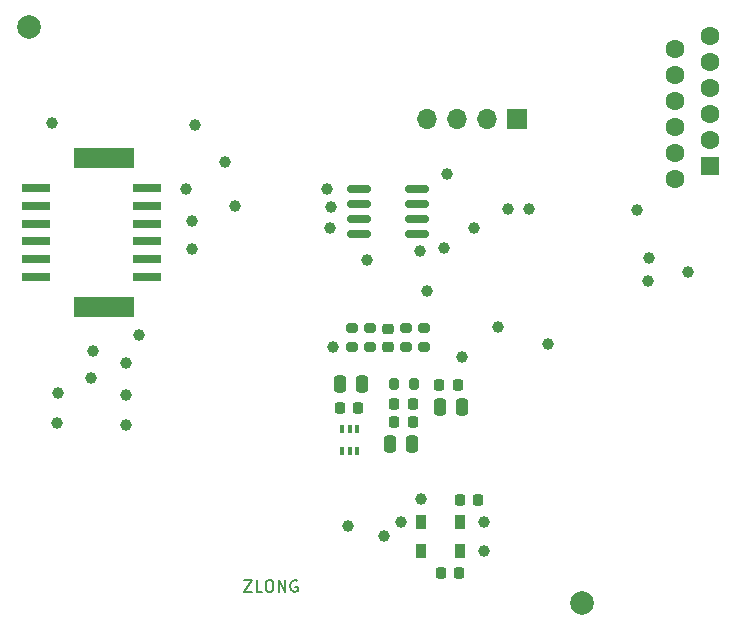
<source format=gts>
G04 #@! TF.GenerationSoftware,KiCad,Pcbnew,(6.0.0)*
G04 #@! TF.CreationDate,2022-04-07T21:59:22+08:00*
G04 #@! TF.ProjectId,SX7H02050048,53583748-3032-4303-9530-3034382e6b69,rev?*
G04 #@! TF.SameCoordinates,PX59a5380PY6d321a0*
G04 #@! TF.FileFunction,Soldermask,Top*
G04 #@! TF.FilePolarity,Negative*
%FSLAX46Y46*%
G04 Gerber Fmt 4.6, Leading zero omitted, Abs format (unit mm)*
G04 Created by KiCad (PCBNEW (6.0.0)) date 2022-04-07 21:59:22*
%MOMM*%
%LPD*%
G01*
G04 APERTURE LIST*
G04 Aperture macros list*
%AMRoundRect*
0 Rectangle with rounded corners*
0 $1 Rounding radius*
0 $2 $3 $4 $5 $6 $7 $8 $9 X,Y pos of 4 corners*
0 Add a 4 corners polygon primitive as box body*
4,1,4,$2,$3,$4,$5,$6,$7,$8,$9,$2,$3,0*
0 Add four circle primitives for the rounded corners*
1,1,$1+$1,$2,$3*
1,1,$1+$1,$4,$5*
1,1,$1+$1,$6,$7*
1,1,$1+$1,$8,$9*
0 Add four rect primitives between the rounded corners*
20,1,$1+$1,$2,$3,$4,$5,0*
20,1,$1+$1,$4,$5,$6,$7,0*
20,1,$1+$1,$6,$7,$8,$9,0*
20,1,$1+$1,$8,$9,$2,$3,0*%
G04 Aperture macros list end*
%ADD10C,0.150000*%
%ADD11C,1.000000*%
%ADD12RoundRect,0.225000X0.225000X0.250000X-0.225000X0.250000X-0.225000X-0.250000X0.225000X-0.250000X0*%
%ADD13C,2.000000*%
%ADD14RoundRect,0.225000X-0.225000X-0.250000X0.225000X-0.250000X0.225000X0.250000X-0.225000X0.250000X0*%
%ADD15RoundRect,0.150000X0.825000X0.150000X-0.825000X0.150000X-0.825000X-0.150000X0.825000X-0.150000X0*%
%ADD16RoundRect,0.200000X-0.275000X0.200000X-0.275000X-0.200000X0.275000X-0.200000X0.275000X0.200000X0*%
%ADD17R,1.700000X1.700000*%
%ADD18O,1.700000X1.700000*%
%ADD19RoundRect,0.250000X0.250000X0.475000X-0.250000X0.475000X-0.250000X-0.475000X0.250000X-0.475000X0*%
%ADD20RoundRect,0.225000X-0.250000X0.225000X-0.250000X-0.225000X0.250000X-0.225000X0.250000X0.225000X0*%
%ADD21R,0.900000X1.200000*%
%ADD22R,1.600000X1.600000*%
%ADD23C,1.600000*%
%ADD24RoundRect,0.200000X0.275000X-0.200000X0.275000X0.200000X-0.275000X0.200000X-0.275000X-0.200000X0*%
%ADD25RoundRect,0.250000X-0.250000X-0.475000X0.250000X-0.475000X0.250000X0.475000X-0.250000X0.475000X0*%
%ADD26RoundRect,0.200000X0.200000X0.275000X-0.200000X0.275000X-0.200000X-0.275000X0.200000X-0.275000X0*%
%ADD27R,2.450000X0.800000*%
%ADD28R,5.050000X1.800000*%
%ADD29R,0.400000X0.650000*%
G04 APERTURE END LIST*
D10*
G04 #@! TO.C,ZLONG_LOGO2*
X19792285Y3541620D02*
X20458952Y3541620D01*
X19792285Y2541620D01*
X20458952Y2541620D01*
X21316095Y2541620D02*
X20839904Y2541620D01*
X20839904Y3541620D01*
X21839904Y3541620D02*
X22030380Y3541620D01*
X22125619Y3494000D01*
X22220857Y3398762D01*
X22268476Y3208286D01*
X22268476Y2874953D01*
X22220857Y2684477D01*
X22125619Y2589239D01*
X22030380Y2541620D01*
X21839904Y2541620D01*
X21744666Y2589239D01*
X21649428Y2684477D01*
X21601809Y2874953D01*
X21601809Y3208286D01*
X21649428Y3398762D01*
X21744666Y3494000D01*
X21839904Y3541620D01*
X22697047Y2541620D02*
X22697047Y3541620D01*
X23268476Y2541620D01*
X23268476Y3541620D01*
X24268476Y3494000D02*
X24173238Y3541620D01*
X24030380Y3541620D01*
X23887523Y3494000D01*
X23792285Y3398762D01*
X23744666Y3303524D01*
X23697047Y3113048D01*
X23697047Y2970191D01*
X23744666Y2779715D01*
X23792285Y2684477D01*
X23887523Y2589239D01*
X24030380Y2541620D01*
X24125619Y2541620D01*
X24268476Y2589239D01*
X24316095Y2636858D01*
X24316095Y2970191D01*
X24125619Y2970191D01*
G04 #@! TD*
D11*
G04 #@! TO.C,TP50*
X14839000Y36649000D03*
G04 #@! TD*
G04 #@! TO.C,TP6*
X53955000Y28902000D03*
G04 #@! TD*
D12*
G04 #@! TO.C,C121*
X34061000Y16921760D03*
X32511000Y16921760D03*
G04 #@! TD*
D11*
G04 #@! TO.C,TP79*
X6965000Y22933000D03*
G04 #@! TD*
D13*
G04 #@! TO.C,MARK1*
X1600000Y50400000D03*
G04 #@! TD*
D14*
G04 #@! TO.C,C118*
X36323000Y20100760D03*
X37873000Y20100760D03*
G04 #@! TD*
D11*
G04 #@! TO.C,TP66*
X33076200Y8505800D03*
G04 #@! TD*
G04 #@! TO.C,TP93*
X39223000Y33347000D03*
G04 #@! TD*
G04 #@! TO.C,TP92*
X43922000Y34998000D03*
G04 #@! TD*
G04 #@! TO.C,TP25*
X38207000Y22425000D03*
G04 #@! TD*
G04 #@! TO.C,U103*
X34651000Y31442000D03*
D15*
X34459000Y32839000D03*
X34459000Y34109000D03*
X34459000Y35379000D03*
X34459000Y36649000D03*
X29509000Y36649000D03*
X29509000Y35379000D03*
X29509000Y34109000D03*
X29509000Y32839000D03*
G04 #@! TD*
D11*
G04 #@! TO.C,TP48*
X3536000Y42237000D03*
G04 #@! TD*
G04 #@! TO.C,TP28*
X35286000Y28013000D03*
G04 #@! TD*
G04 #@! TO.C,TP67*
X28580400Y8099400D03*
G04 #@! TD*
D16*
G04 #@! TO.C,R110*
X30460000Y24901000D03*
X30460000Y23251000D03*
G04 #@! TD*
D11*
G04 #@! TO.C,TP43*
X15347000Y31569000D03*
G04 #@! TD*
D14*
G04 #@! TO.C,C136*
X38067000Y10334600D03*
X39617000Y10334600D03*
G04 #@! TD*
D17*
G04 #@! TO.C,J101*
X42896000Y42618000D03*
D18*
X40356000Y42618000D03*
X37816000Y42618000D03*
X35276000Y42618000D03*
G04 #@! TD*
D14*
G04 #@! TO.C,C113*
X27907000Y18107000D03*
X29457000Y18107000D03*
G04 #@! TD*
D19*
G04 #@! TO.C,C119*
X34016000Y15059000D03*
X32116000Y15059000D03*
G04 #@! TD*
D11*
G04 #@! TO.C,TP52*
X36683000Y31696000D03*
G04 #@! TD*
G04 #@! TO.C,TP77*
X3917000Y16862400D03*
G04 #@! TD*
D16*
G04 #@! TO.C,R119*
X28936000Y24901000D03*
X28936000Y23251000D03*
G04 #@! TD*
D11*
G04 #@! TO.C,TP83*
X9784400Y16659200D03*
G04 #@! TD*
G04 #@! TO.C,TP3*
X53066000Y34871000D03*
G04 #@! TD*
G04 #@! TO.C,TP10*
X54082000Y30807000D03*
G04 #@! TD*
G04 #@! TO.C,TP11*
X57384000Y29664000D03*
G04 #@! TD*
G04 #@! TO.C,TP59*
X27158000Y35125000D03*
G04 #@! TD*
G04 #@! TO.C,TP56*
X26777000Y36649000D03*
G04 #@! TD*
D20*
G04 #@! TO.C,C122*
X31984000Y24851000D03*
X31984000Y23301000D03*
G04 #@! TD*
D21*
G04 #@! TO.C,D106*
X38079000Y6042000D03*
X34779000Y6042000D03*
G04 #@! TD*
D11*
G04 #@! TO.C,TP53*
X36937000Y37919000D03*
G04 #@! TD*
D12*
G04 #@! TO.C,C135*
X37966000Y4137000D03*
X36416000Y4137000D03*
G04 #@! TD*
D22*
G04 #@! TO.C,J1*
X59250000Y38650000D03*
D23*
X59250000Y40850000D03*
X59250000Y43050000D03*
X59250000Y45250000D03*
X59250000Y47450000D03*
X59250000Y49650000D03*
X56250000Y37550000D03*
X56250000Y39750000D03*
X56250000Y41950000D03*
X56250000Y44150000D03*
X56250000Y46350000D03*
X56250000Y48550000D03*
G04 #@! TD*
D24*
G04 #@! TO.C,R116*
X33508000Y23251000D03*
X33508000Y24901000D03*
G04 #@! TD*
D13*
G04 #@! TO.C,MARK2*
X48400000Y1600000D03*
G04 #@! TD*
D11*
G04 #@! TO.C,TP95*
X41255000Y24965000D03*
G04 #@! TD*
G04 #@! TO.C,TP96*
X45496800Y23517200D03*
G04 #@! TD*
G04 #@! TO.C,TP64*
X40112000Y8455000D03*
G04 #@! TD*
D21*
G04 #@! TO.C,D107*
X38079000Y8455000D03*
X34779000Y8455000D03*
G04 #@! TD*
D25*
G04 #@! TO.C,C116*
X27859000Y20139000D03*
X29759000Y20139000D03*
G04 #@! TD*
D11*
G04 #@! TO.C,TP78*
X4044000Y19377000D03*
G04 #@! TD*
G04 #@! TO.C,TP54*
X30206000Y30680000D03*
G04 #@! TD*
G04 #@! TO.C,TP85*
X10902000Y24330000D03*
G04 #@! TD*
G04 #@! TO.C,TP91*
X42144000Y34998000D03*
G04 #@! TD*
G04 #@! TO.C,TP74*
X9784400Y21917000D03*
G04 #@! TD*
D26*
G04 #@! TO.C,L103*
X34145000Y20139000D03*
X32495000Y20139000D03*
G04 #@! TD*
D27*
G04 #@! TO.C,J2*
X2138001Y29233500D03*
X11538008Y29233500D03*
X2138001Y30733500D03*
X11538008Y30733500D03*
X2138001Y32233499D03*
X11538008Y32233499D03*
X2138001Y33733501D03*
X11538008Y33733501D03*
X2138001Y35233501D03*
X11538008Y35233501D03*
X2138001Y36733500D03*
X11538008Y36733500D03*
D28*
X7938015Y26703500D03*
X7938015Y39263500D03*
G04 #@! TD*
D11*
G04 #@! TO.C,TP65*
X31628400Y7286600D03*
G04 #@! TD*
D29*
G04 #@! TO.C,D2*
X29357400Y16379000D03*
X28707400Y16379000D03*
X28057400Y16379000D03*
X28057400Y14479000D03*
X28707400Y14479000D03*
X29357400Y14479000D03*
G04 #@! TD*
D11*
G04 #@! TO.C,TP45*
X19030000Y35252000D03*
G04 #@! TD*
G04 #@! TO.C,TP46*
X18141000Y38935000D03*
G04 #@! TD*
G04 #@! TO.C,TP68*
X34752600Y10410800D03*
G04 #@! TD*
G04 #@! TO.C,TP70*
X6838000Y20647000D03*
G04 #@! TD*
G04 #@! TO.C,TP44*
X15601000Y42110000D03*
G04 #@! TD*
G04 #@! TO.C,TP31*
X27285000Y23314000D03*
G04 #@! TD*
G04 #@! TO.C,TP84*
X9759000Y19250000D03*
G04 #@! TD*
G04 #@! TO.C,TP63*
X40112000Y6042000D03*
G04 #@! TD*
G04 #@! TO.C,TP55*
X27031000Y33347000D03*
G04 #@! TD*
D25*
G04 #@! TO.C,C117*
X36368000Y18234000D03*
X38268000Y18234000D03*
G04 #@! TD*
D11*
G04 #@! TO.C,TP49*
X15347000Y33982000D03*
G04 #@! TD*
D24*
G04 #@! TO.C,R109*
X35032000Y23251000D03*
X35032000Y24901000D03*
G04 #@! TD*
D12*
G04 #@! TO.C,C120*
X34061000Y18488000D03*
X32511000Y18488000D03*
G04 #@! TD*
M02*

</source>
